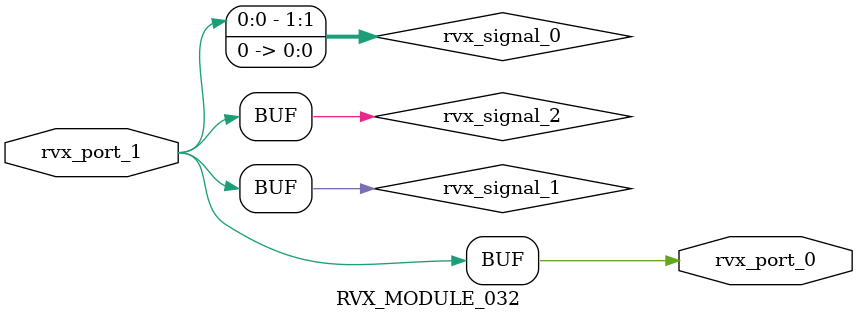
<source format=v>

`include "ervp_global.vh"




module RVX_MODULE_032
(
	rvx_port_1,
	rvx_port_0
);




parameter RVX_GPARA_0 = 1;
parameter RVX_GPARA_1 = 1;

input wire [RVX_GPARA_0-1:0] rvx_port_1;
output wire [RVX_GPARA_0-1:0] rvx_port_0;

genvar i;

wire [RVX_GPARA_0-1:0] rvx_signal_1;
wire [RVX_GPARA_0-1:0] rvx_signal_2;

wire [RVX_GPARA_0+1-1:0] rvx_signal_0;

generate
for(i=0; i<RVX_GPARA_0; i=i+1)
begin : i_reverse
  assign rvx_signal_1[i] = (RVX_GPARA_1==1)? rvx_port_1[i] : rvx_port_1[RVX_GPARA_0-1-i];
  assign rvx_port_0[i] = (RVX_GPARA_1==1)? rvx_signal_2[i] : rvx_signal_2[RVX_GPARA_0-1-i];
end
endgenerate

assign rvx_signal_0 = rvx_signal_1<<1;

generate
for(i=0; i<RVX_GPARA_0; i=i+1)
begin : i_nullify
  assign rvx_signal_2[i] = rvx_signal_0[i+1] & (rvx_signal_0[i:0]==0);
end
endgenerate

endmodule

</source>
